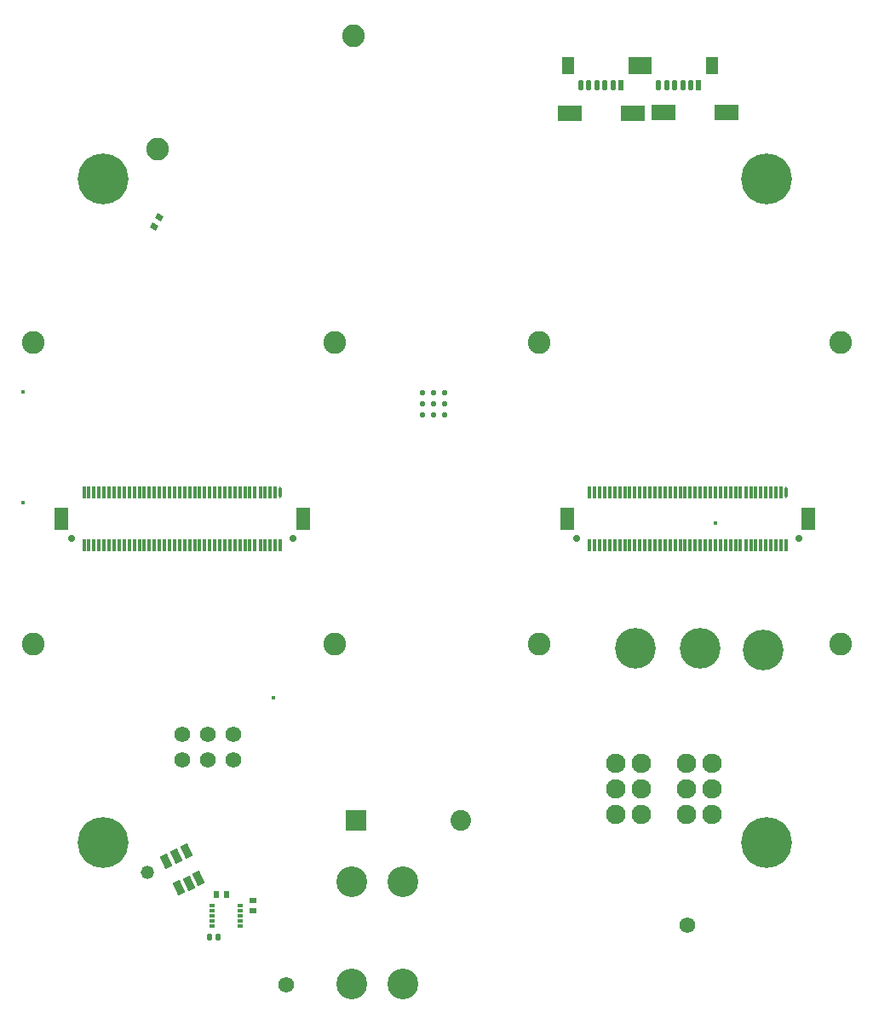
<source format=gts>
G04 Layer_Color=8388736*
%FSLAX42Y42*%
%MOMM*%
G71*
G01*
G75*
G04:AMPARAMS|DCode=17|XSize=0.51mm|YSize=0.61mm|CornerRadius=0.13mm|HoleSize=0mm|Usage=FLASHONLY|Rotation=180.000|XOffset=0mm|YOffset=0mm|HoleType=Round|Shape=RoundedRectangle|*
%AMROUNDEDRECTD17*
21,1,0.51,0.36,0,0,180.0*
21,1,0.25,0.61,0,0,180.0*
1,1,0.25,-0.13,0.18*
1,1,0.25,0.13,0.18*
1,1,0.25,0.13,-0.18*
1,1,0.25,-0.13,-0.18*
%
%ADD17ROUNDEDRECTD17*%
G04:AMPARAMS|DCode=90|XSize=0.3mm|YSize=1.17mm|CornerRadius=0.15mm|HoleSize=0mm|Usage=FLASHONLY|Rotation=0.000|XOffset=0mm|YOffset=0mm|HoleType=Round|Shape=RoundedRectangle|*
%AMROUNDEDRECTD90*
21,1,0.30,0.86,0,0,0.0*
21,1,0.00,1.17,0,0,0.0*
1,1,0.30,0.00,-0.43*
1,1,0.30,0.00,-0.43*
1,1,0.30,0.00,0.43*
1,1,0.30,0.00,0.43*
%
%ADD90ROUNDEDRECTD90*%
%ADD91R,0.30X1.17*%
%ADD92R,1.47X2.16*%
G04:AMPARAMS|DCode=93|XSize=1.37mm|YSize=0.76mm|CornerRadius=0mm|HoleSize=0mm|Usage=FLASHONLY|Rotation=115.000|XOffset=0mm|YOffset=0mm|HoleType=Round|Shape=Rectangle|*
%AMROTATEDRECTD93*
4,1,4,0.64,-0.46,-0.06,-0.78,-0.64,0.46,0.06,0.78,0.64,-0.46,0.0*
%
%ADD93ROTATEDRECTD93*%

%ADD94R,0.56X0.38*%
%ADD95R,0.56X0.66*%
%ADD96R,0.66X0.56*%
%ADD98R,1.25X1.75*%
%ADD99R,0.55X1.05*%
G04:AMPARAMS|DCode=100|XSize=0.55mm|YSize=1.05mm|CornerRadius=0.28mm|HoleSize=0mm|Usage=FLASHONLY|Rotation=0.000|XOffset=0mm|YOffset=0mm|HoleType=Round|Shape=RoundedRectangle|*
%AMROUNDEDRECTD100*
21,1,0.55,0.50,0,0,0.0*
21,1,0.00,1.05,0,0,0.0*
1,1,0.55,0.00,-0.25*
1,1,0.55,0.00,-0.25*
1,1,0.55,0.00,0.25*
1,1,0.55,0.00,0.25*
%
%ADD100ROUNDEDRECTD100*%
%ADD101R,2.36X1.65*%
G04:AMPARAMS|DCode=102|XSize=0.56mm|YSize=0.66mm|CornerRadius=0mm|HoleSize=0mm|Usage=FLASHONLY|Rotation=240.000|XOffset=0mm|YOffset=0mm|HoleType=Round|Shape=Rectangle|*
%AMROTATEDRECTD102*
4,1,4,-0.15,0.41,0.43,0.08,0.15,-0.41,-0.43,-0.08,-0.15,0.41,0.0*
%
%ADD102ROTATEDRECTD102*%

%ADD103C,1.57*%
%ADD104C,5.05*%
%ADD105C,2.25*%
%ADD106R,0.46X0.46*%
%ADD107R,0.46X0.46*%
%ADD108C,0.71*%
%ADD109C,2.26*%
%ADD110C,1.93*%
%ADD111R,2.05X2.05*%
%ADD112C,2.05*%
%ADD113C,3.05*%
%ADD114C,1.32*%
%ADD115C,0.55*%
%ADD116C,4.05*%
D17*
X9341Y7262D02*
D03*
X9261D02*
D03*
D90*
X14989Y11684D02*
D03*
X9962Y11684D02*
D03*
D91*
X14941Y11684D02*
D03*
X14890D02*
D03*
X14839D02*
D03*
X14791D02*
D03*
X14740D02*
D03*
X14689D02*
D03*
X14641D02*
D03*
X14590D02*
D03*
X14539D02*
D03*
X14491D02*
D03*
X14440D02*
D03*
X14389D02*
D03*
X14339D02*
D03*
X14290D02*
D03*
X14140D02*
D03*
X14090D02*
D03*
X14039D02*
D03*
X13988D02*
D03*
X13938Y11684D02*
D03*
X13888Y11684D02*
D03*
X13838D02*
D03*
X13788D02*
D03*
X13738D02*
D03*
X13688D02*
D03*
X13638D02*
D03*
X13588D02*
D03*
X13538D02*
D03*
X14989Y11152D02*
D03*
X14941D02*
D03*
X14890D02*
D03*
X14839D02*
D03*
X14791D02*
D03*
X14740D02*
D03*
X14689D02*
D03*
X14641D02*
D03*
X14590D02*
D03*
X14539D02*
D03*
X14491D02*
D03*
X14440D02*
D03*
X14389D02*
D03*
X14339D02*
D03*
X14290D02*
D03*
X14240D02*
D03*
X14189D02*
D03*
X14140D02*
D03*
X14090D02*
D03*
X14039D02*
D03*
X13988D02*
D03*
X13938D02*
D03*
X13888D02*
D03*
X13838D02*
D03*
X13788D02*
D03*
X13738D02*
D03*
X13688D02*
D03*
X13638D02*
D03*
X13588D02*
D03*
X13538D02*
D03*
X13488Y11684D02*
D03*
Y11152D02*
D03*
X13438Y11684D02*
D03*
X13438Y11152D02*
D03*
X13388Y11684D02*
D03*
Y11152D02*
D03*
X13338Y11684D02*
D03*
Y11152D02*
D03*
X13288Y11684D02*
D03*
Y11152D02*
D03*
X13238Y11684D02*
D03*
Y11152D02*
D03*
X13188Y11684D02*
D03*
Y11152D02*
D03*
X13138Y11684D02*
D03*
Y11152D02*
D03*
X13088Y11684D02*
D03*
X13088Y11152D02*
D03*
X13038Y11684D02*
D03*
Y11152D02*
D03*
X8012Y11152D02*
D03*
Y11684D02*
D03*
X8062Y11152D02*
D03*
Y11684D02*
D03*
X8112Y11152D02*
D03*
Y11684D02*
D03*
X8162Y11152D02*
D03*
Y11684D02*
D03*
X8212Y11152D02*
D03*
Y11684D02*
D03*
X8262Y11152D02*
D03*
Y11684D02*
D03*
X8312Y11152D02*
D03*
Y11684D02*
D03*
X8362Y11152D02*
D03*
Y11684D02*
D03*
X8412Y11152D02*
D03*
Y11684D02*
D03*
X8462Y11152D02*
D03*
Y11684D02*
D03*
X8512Y11152D02*
D03*
X8562D02*
D03*
X8612D02*
D03*
X8662D02*
D03*
X8712D02*
D03*
X8762D02*
D03*
X8812D02*
D03*
X8862D02*
D03*
X8912D02*
D03*
X8962D02*
D03*
X9012D02*
D03*
X9063D02*
D03*
X9114D02*
D03*
X9162D02*
D03*
X9213D02*
D03*
X9263D02*
D03*
X9312D02*
D03*
X9362D02*
D03*
X9413D02*
D03*
X9464D02*
D03*
X9512D02*
D03*
X9563D02*
D03*
X9614D02*
D03*
X9662D02*
D03*
X9713D02*
D03*
X9764D02*
D03*
X9812D02*
D03*
X9863D02*
D03*
X9914D02*
D03*
X9962D02*
D03*
X8512Y11684D02*
D03*
X8562D02*
D03*
X8612D02*
D03*
X8662D02*
D03*
X8712D02*
D03*
X8762D02*
D03*
X8812D02*
D03*
X8862D02*
D03*
X8912D02*
D03*
X8962D02*
D03*
X9012D02*
D03*
X9063D02*
D03*
X9114D02*
D03*
X9263D02*
D03*
X9312D02*
D03*
X9362D02*
D03*
X9413D02*
D03*
X9464D02*
D03*
X9512D02*
D03*
X9563D02*
D03*
X9614D02*
D03*
X9662D02*
D03*
X9713D02*
D03*
X9764D02*
D03*
X9812D02*
D03*
X9863D02*
D03*
X9914D02*
D03*
X14240Y11684D02*
D03*
X14189D02*
D03*
X9213Y11684D02*
D03*
X9162D02*
D03*
D92*
X12813Y11417D02*
D03*
X15215Y11417D02*
D03*
X10188Y11417D02*
D03*
X7787D02*
D03*
D93*
X8953Y7749D02*
D03*
X9054Y7796D02*
D03*
X9154Y7843D02*
D03*
X9028Y8112D02*
D03*
X8928Y8066D02*
D03*
X8827Y8018D02*
D03*
D94*
X9566Y7370D02*
D03*
Y7420D02*
D03*
Y7470D02*
D03*
Y7521D02*
D03*
Y7572D02*
D03*
X9289D02*
D03*
Y7521D02*
D03*
Y7470D02*
D03*
Y7420D02*
D03*
Y7370D02*
D03*
D95*
X9426Y7681D02*
D03*
X9325D02*
D03*
D96*
X9693Y7625D02*
D03*
Y7524D02*
D03*
D98*
X14254Y15926D02*
D03*
X13594D02*
D03*
X13482D02*
D03*
X12822D02*
D03*
D99*
X14124Y15731D02*
D03*
X13352D02*
D03*
D100*
X14044Y15731D02*
D03*
X13964Y15731D02*
D03*
X13884D02*
D03*
X13804D02*
D03*
X13724D02*
D03*
X13272D02*
D03*
X13192D02*
D03*
X13112D02*
D03*
X13032D02*
D03*
X12952D02*
D03*
D101*
X13472Y15446D02*
D03*
X12840Y15446D02*
D03*
X14402Y15453D02*
D03*
X13769D02*
D03*
D102*
X8707Y14325D02*
D03*
X8758Y14412D02*
D03*
D103*
X8987Y9020D02*
D03*
X8987Y9274D02*
D03*
X9241Y9020D02*
D03*
Y9274D02*
D03*
X9495Y9020D02*
D03*
X9495Y9274D02*
D03*
X10023Y6784D02*
D03*
X14011Y7379D02*
D03*
D104*
X8204Y8204D02*
D03*
X14796Y8204D02*
D03*
X8204Y14796D02*
D03*
X14796D02*
D03*
D105*
X8741Y15094D02*
D03*
X10690Y16219D02*
D03*
D106*
X7409Y11580D02*
D03*
X7407Y12676D02*
D03*
D107*
X9891Y9642D02*
D03*
X14288Y11379D02*
D03*
D108*
X12913Y11227D02*
D03*
X15116Y11227D02*
D03*
X10089Y11227D02*
D03*
X7887D02*
D03*
D109*
X10508Y13170D02*
D03*
X7508D02*
D03*
X10508Y10170D02*
D03*
X7508D02*
D03*
X15535Y13170D02*
D03*
Y10170D02*
D03*
X12535Y13170D02*
D03*
Y10170D02*
D03*
D110*
X13551Y8984D02*
D03*
X13297D02*
D03*
X13551Y8730D02*
D03*
X13297D02*
D03*
X13551Y8476D02*
D03*
X13297D02*
D03*
X14257Y8984D02*
D03*
X14003D02*
D03*
X14257Y8730D02*
D03*
X14003D02*
D03*
X14257Y8476D02*
D03*
X14003D02*
D03*
D111*
X10717Y8420D02*
D03*
D112*
X11762D02*
D03*
D113*
X11184Y6792D02*
D03*
X10676D02*
D03*
X11184Y7808D02*
D03*
X10676D02*
D03*
D114*
X8641Y7904D02*
D03*
D115*
X11378Y12449D02*
D03*
X11488D02*
D03*
X11598D02*
D03*
X11378Y12559D02*
D03*
X11488D02*
D03*
X11598D02*
D03*
X11378Y12669D02*
D03*
X11488D02*
D03*
X11598D02*
D03*
D116*
X14135Y10132D02*
D03*
X14762Y10112D02*
D03*
X13495Y10130D02*
D03*
M02*

</source>
